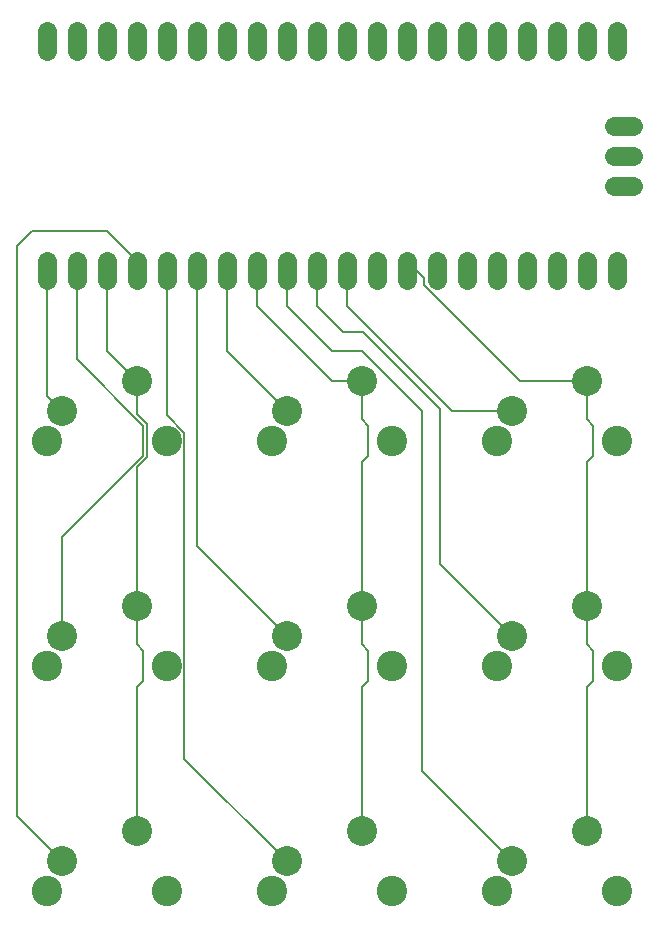
<source format=gbr>
G04 EAGLE Gerber RS-274X export*
G75*
%MOMM*%
%FSLAX34Y34*%
%LPD*%
%INTop Copper*%
%IPPOS*%
%AMOC8*
5,1,8,0,0,1.08239X$1,22.5*%
G01*
%ADD10C,2.540000*%
%ADD11C,2.571600*%
%ADD12C,1.650000*%
%ADD13C,0.152400*%


D10*
X107200Y559144D03*
X170700Y584544D03*
D11*
X94500Y533744D03*
X196100Y533744D03*
D10*
X107200Y368644D03*
X170700Y394044D03*
D11*
X94500Y343244D03*
X196100Y343244D03*
D10*
X107200Y178144D03*
X170700Y203544D03*
D11*
X94500Y152744D03*
X196100Y152744D03*
D10*
X297700Y178144D03*
X361200Y203544D03*
D11*
X285000Y152744D03*
X386600Y152744D03*
D10*
X297700Y368644D03*
X361200Y394044D03*
D11*
X285000Y343244D03*
X386600Y343244D03*
D10*
X297700Y559144D03*
X361200Y584544D03*
D11*
X285000Y533744D03*
X386600Y533744D03*
D10*
X488200Y178144D03*
X551700Y203544D03*
D11*
X475500Y152744D03*
X577100Y152744D03*
D10*
X488200Y368644D03*
X551700Y394044D03*
D11*
X475500Y343244D03*
X577100Y343244D03*
D10*
X488200Y559144D03*
X551700Y584544D03*
D11*
X475500Y533744D03*
X577100Y533744D03*
D12*
X94500Y669644D02*
X94500Y686144D01*
X119900Y686144D02*
X119900Y669644D01*
X145300Y669644D02*
X145300Y686144D01*
X170700Y686144D02*
X170700Y669644D01*
X196100Y669644D02*
X196100Y686144D01*
X221500Y686144D02*
X221500Y669644D01*
X246900Y669644D02*
X246900Y686144D01*
X272300Y686144D02*
X272300Y669644D01*
X297700Y669644D02*
X297700Y686144D01*
X323100Y686144D02*
X323100Y669644D01*
X348500Y669644D02*
X348500Y686144D01*
X373900Y686144D02*
X373900Y669644D01*
X399300Y669644D02*
X399300Y686144D01*
X424700Y686144D02*
X424700Y669644D01*
X450100Y669644D02*
X450100Y686144D01*
X475500Y686144D02*
X475500Y669644D01*
X500900Y669644D02*
X500900Y686144D01*
X526300Y686144D02*
X526300Y669644D01*
X551700Y669644D02*
X551700Y686144D01*
X577100Y686144D02*
X577100Y669644D01*
X577100Y863944D02*
X577100Y880444D01*
X551700Y880444D02*
X551700Y863944D01*
X526300Y863944D02*
X526300Y880444D01*
X500900Y880444D02*
X500900Y863944D01*
X475500Y863944D02*
X475500Y880444D01*
X450100Y880444D02*
X450100Y863944D01*
X424700Y863944D02*
X424700Y880444D01*
X399300Y880444D02*
X399300Y863944D01*
X373900Y863944D02*
X373900Y880444D01*
X348500Y880444D02*
X348500Y863944D01*
X323100Y863944D02*
X323100Y880444D01*
X297700Y880444D02*
X297700Y863944D01*
X272300Y863944D02*
X272300Y880444D01*
X246900Y880444D02*
X246900Y863944D01*
X221500Y863944D02*
X221500Y880444D01*
X196100Y880444D02*
X196100Y863944D01*
X170700Y863944D02*
X170700Y880444D01*
X145300Y880444D02*
X145300Y863944D01*
X119900Y863944D02*
X119900Y880444D01*
X94500Y880444D02*
X94500Y863944D01*
X574800Y749644D02*
X591300Y749644D01*
X591300Y775044D02*
X574800Y775044D01*
X574800Y800444D02*
X591300Y800444D01*
D13*
X94500Y686144D02*
X94500Y571844D01*
X107200Y559144D01*
X176224Y546554D02*
X176224Y520935D01*
X119900Y602878D02*
X119900Y686144D01*
X119900Y602878D02*
X176224Y546554D01*
X107200Y451911D02*
X107200Y368644D01*
X107200Y451911D02*
X176224Y520935D01*
X170700Y686144D02*
X145300Y711544D01*
X81800Y711544D01*
X69100Y698844D01*
X69100Y216244D01*
X107200Y178144D01*
X196100Y555161D02*
X196100Y686144D01*
X196100Y555161D02*
X211244Y540017D01*
X211244Y264600D02*
X297700Y178144D01*
X211244Y264600D02*
X211244Y540017D01*
X221500Y444844D02*
X221500Y686144D01*
X221500Y444844D02*
X297700Y368644D01*
X246900Y609944D02*
X246900Y686144D01*
X246900Y609944D02*
X297700Y559144D01*
X412000Y254344D02*
X488200Y178144D01*
X297700Y648044D02*
X297700Y686144D01*
X297700Y648044D02*
X335800Y609944D01*
X361200Y609944D01*
X412000Y559144D01*
X412000Y254344D01*
X323100Y648044D02*
X323100Y686144D01*
X427748Y560407D02*
X427748Y429096D01*
X488200Y368644D01*
X427748Y560407D02*
X362463Y625692D01*
X345452Y625692D02*
X323100Y648044D01*
X345452Y625692D02*
X362463Y625692D01*
X348500Y648044D02*
X348500Y686144D01*
X348500Y648044D02*
X437400Y559144D01*
X488200Y559144D01*
X170700Y584544D02*
X145300Y609944D01*
X145300Y686144D01*
X170700Y584544D02*
X170700Y556388D01*
X179272Y547816D01*
X170700Y511101D02*
X170700Y394044D01*
X179272Y519673D02*
X179272Y547816D01*
X179272Y519673D02*
X170700Y511101D01*
X170700Y394044D02*
X170700Y361578D01*
X176224Y356054D01*
X176224Y330435D01*
X170700Y324911D01*
X170700Y203544D01*
X335800Y584544D02*
X361200Y584544D01*
X335800Y584544D02*
X272300Y648044D01*
X272300Y686144D01*
X361200Y584544D02*
X361200Y552078D01*
X366724Y546554D01*
X366724Y520935D01*
X361200Y515411D01*
X361200Y394044D01*
X361200Y361578D01*
X366724Y356054D01*
X366724Y330435D01*
X361200Y324911D01*
X361200Y203544D01*
X414164Y671280D02*
X399300Y686144D01*
X414164Y671280D02*
X414164Y665280D01*
X494900Y584544D01*
X551700Y584544D01*
X551700Y324911D02*
X551700Y203544D01*
X551700Y324911D02*
X557224Y330435D01*
X557224Y356054D01*
X551700Y361578D01*
X551700Y394044D01*
X551700Y552078D02*
X551700Y584544D01*
X551700Y552078D02*
X557224Y546554D01*
X557224Y520935D01*
X551700Y515411D01*
X551700Y394044D01*
M02*

</source>
